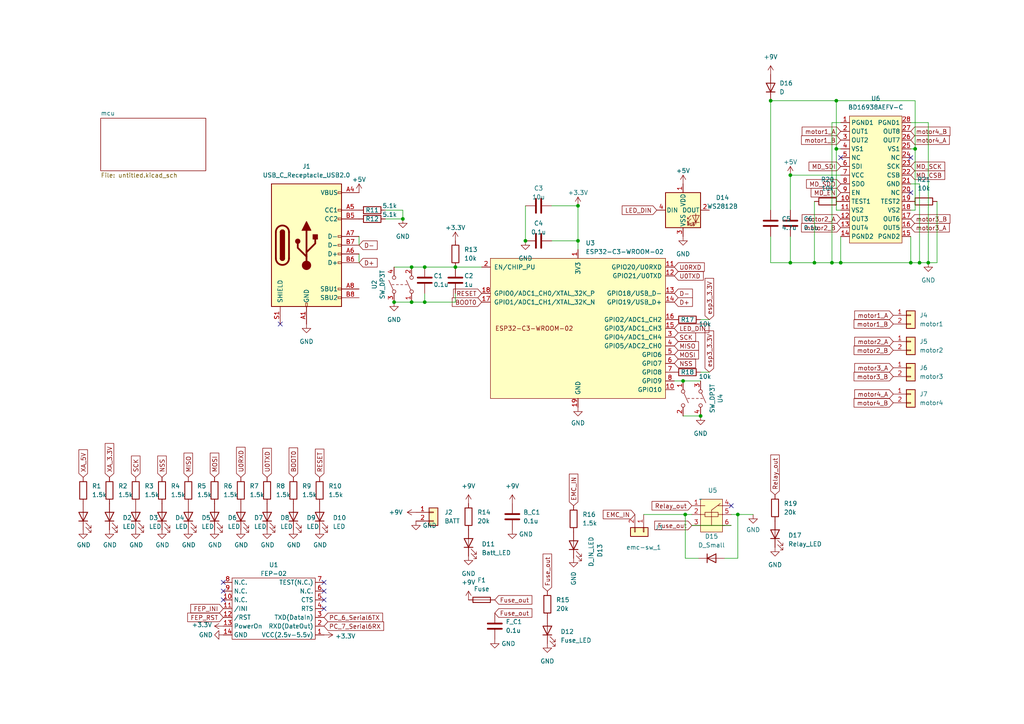
<source format=kicad_sch>
(kicad_sch (version 20230121) (generator eeschema)
  (paper "A4")
  (lib_symbols
    (symbol "+3.3V_1" (power) (pin_names (offset 0))
      (property "Value" "+3.3V_1" (at 0 3.556 0))
      (symbol "+3.3V_1_0_1"
        (polyline (pts (xy -0.762 1.27) (xy 0 2.54)))
        (polyline (pts (xy 0 0) (xy 0 2.54)))
        (polyline (pts (xy 0 2.54) (xy 0.762 1.27)))
      )
      (symbol "+3.3V_1_1_1"
        (pin power_in line (at 0 0 90) (length 0) hide (name "+3.3V") (number "1"))
      )
    )
    (symbol "+5V_1" (power) (pin_names (offset 0))
      (property "Value" "+5V_1" (at 0 3.556 0))
      (symbol "+5V_1_0_1"
        (polyline (pts (xy -0.762 1.27) (xy 0 2.54)))
        (polyline (pts (xy 0 0) (xy 0 2.54)))
        (polyline (pts (xy 0 2.54) (xy 0.762 1.27)))
      )
      (symbol "+5V_1_1_1"
        (pin power_in line (at 0 0 90) (length 0) hide (name "+5V") (number "1"))
      )
    )
    (symbol "+9V_2" (power) (pin_names (offset 0))
      (property "Value" "+9V_2" (at 0 3.556 0))
      (symbol "+9V_2_0_1"
        (polyline (pts (xy -0.762 1.27) (xy 0 2.54)))
        (polyline (pts (xy 0 0) (xy 0 2.54)))
        (polyline (pts (xy 0 2.54) (xy 0.762 1.27)))
      )
      (symbol "+9V_2_1_1"
        (pin power_in line (at 0 0 90) (length 0) hide (name "+9V") (number "1"))
      )
    )
    (symbol "Connector:USB_C_Receptacle_USB2.0" (pin_names (offset 1.016))
      (property "Reference" "J" (at -10.16 19.05 0))
      (property "Value" "USB_C_Receptacle_USB2.0" (at 19.05 19.05 0))
      (symbol "USB_C_Receptacle_USB2.0_0_0"
        (rectangle (start -0.254 -17.78) (end 0.254 -16.764))
        (rectangle (start 10.16 -14.986) (end 9.144 -15.494))
        (rectangle (start 10.16 -12.446) (end 9.144 -12.954))
        (rectangle (start 10.16 -4.826) (end 9.144 -5.334))
        (rectangle (start 10.16 -2.286) (end 9.144 -2.794))
        (rectangle (start 10.16 0.254) (end 9.144 -0.254))
        (rectangle (start 10.16 2.794) (end 9.144 2.286))
        (rectangle (start 10.16 7.874) (end 9.144 7.366))
        (rectangle (start 10.16 10.414) (end 9.144 9.906))
        (rectangle (start 10.16 15.494) (end 9.144 14.986))
      )
      (symbol "USB_C_Receptacle_USB2.0_0_1"
        (rectangle (start -10.16 17.78) (end 10.16 -17.78) (stroke (width 0.254)) (fill (type background)))
        (arc (start -8.89 -3.81) (mid -6.985 -5.7067) (end -5.08 -3.81) (stroke (width 0.508)))
        (arc (start -7.62 -3.81) (mid -6.985 -4.4423) (end -6.35 -3.81) (stroke (width 0.254)))
        (arc (start -7.62 -3.81) (mid -6.985 -4.4423) (end -6.35 -3.81) (stroke (width 0.254)) (fill (type outline)))
        (rectangle (start -7.62 -3.81) (end -6.35 3.81) (stroke (width 0.254)) (fill (type outline)))
        (arc (start -6.35 3.81) (mid -6.985 4.4423) (end -7.62 3.81) (stroke (width 0.254)))
        (arc (start -6.35 3.81) (mid -6.985 4.4423) (end -7.62 3.81) (stroke (width 0.254)) (fill (type outline)))
        (arc (start -5.08 3.81) (mid -6.985 5.7067) (end -8.89 3.81) (stroke (width 0.508)))
        (circle (center -2.54 1.143) (radius 0.635) (stroke (width 0.254)) (fill (type outline)))
        (circle (center 0 -5.842) (radius 1.27) (fill (type outline)))
        (polyline (pts (xy -8.89 -3.81) (xy -8.89 3.81)) (stroke (width 0.508)))
        (polyline (pts (xy -5.08 3.81) (xy -5.08 -3.81)) (stroke (width 0.508)))
        (polyline (pts (xy 0 -5.842) (xy 0 4.318)) (stroke (width 0.508)))
        (polyline (pts (xy 0 -3.302) (xy -2.54 -0.762) (xy -2.54 0.508)) (stroke (width 0.508)))
        (polyline (pts (xy 0 -2.032) (xy 2.54 0.508) (xy 2.54 1.778)) (stroke (width 0.508)))
        (polyline (pts (xy -1.27 4.318) (xy 0 6.858) (xy 1.27 4.318) (xy -1.27 4.318)) (stroke (width 0.254)) (fill (type outline)))
        (rectangle (start 1.905 1.778) (end 3.175 3.048) (stroke (width 0.254)) (fill (type outline)))
      )
      (symbol "USB_C_Receptacle_USB2.0_1_1"
        (pin passive line (at 0 -22.86 90) (length 5.08) (name "GND") (number "A1"))
        (pin passive line (at 0 -22.86 90) (length 5.08) hide (name "GND") (number "A12"))
        (pin passive line (at 15.24 15.24 180) (length 5.08) (name "VBUS") (number "A4"))
        (pin bidirectional line (at 15.24 10.16 180) (length 5.08) (name "CC1") (number "A5"))
        (pin bidirectional line (at 15.24 -2.54 180) (length 5.08) (name "D+") (number "A6"))
        (pin bidirectional line (at 15.24 2.54 180) (length 5.08) (name "D-") (number "A7"))
        (pin bidirectional line (at 15.24 -12.7 180) (length 5.08) (name "SBU1") (number "A8"))
        (pin passive line (at 15.24 15.24 180) (length 5.08) hide (name "VBUS") (number "A9"))
        (pin passive line (at 0 -22.86 90) (length 5.08) hide (name "GND") (number "B1"))
        (pin passive line (at 0 -22.86 90) (length 5.08) hide (name "GND") (number "B12"))
        (pin passive line (at 15.24 15.24 180) (length 5.08) hide (name "VBUS") (number "B4"))
        (pin bidirectional line (at 15.24 7.62 180) (length 5.08) (name "CC2") (number "B5"))
        (pin bidirectional line (at 15.24 -5.08 180) (length 5.08) (name "D+") (number "B6"))
        (pin bidirectional line (at 15.24 0 180) (length 5.08) (name "D-") (number "B7"))
        (pin bidirectional line (at 15.24 -15.24 180) (length 5.08) (name "SBU2") (number "B8"))
        (pin passive line (at 15.24 15.24 180) (length 5.08) hide (name "VBUS") (number "B9"))
        (pin passive line (at -7.62 -22.86 90) (length 5.08) (name "SHIELD") (number "S1"))
      )
    )
    (symbol "Connector_Generic:Conn_01x02" (pin_names (offset 1.016) hide)
      (property "Reference" "J" (at 0 2.54 0))
      (property "Value" "Conn_01x02" (at 0 -5.08 0))
      (symbol "Conn_01x02_1_1"
        (rectangle (start -1.27 -2.413) (end 0 -2.667) (stroke (width 0.1524)))
        (rectangle (start -1.27 0.127) (end 0 -0.127) (stroke (width 0.1524)))
        (rectangle (start -1.27 1.27) (end 1.27 -3.81) (stroke (width 0.254)) (fill (type background)))
        (pin passive line (at -5.08 0 0) (length 3.81) (name "Pin_1") (number "1"))
        (pin passive line (at -5.08 -2.54 0) (length 3.81) (name "Pin_2") (number "2"))
      )
    )
    (symbol "Device:C" (pin_numbers hide) (pin_names (offset 0.254))
      (property "Reference" "C" (at 0.635 2.54 0))
      (property "Value" "C" (at 0.635 -2.54 0))
      (symbol "C_0_1"
        (polyline (pts (xy -2.032 -0.762) (xy 2.032 -0.762)) (stroke (width 0.508)))
        (polyline (pts (xy -2.032 0.762) (xy 2.032 0.762)) (stroke (width 0.508)))
      )
      (symbol "C_1_1"
        (pin passive line (at 0 3.81 270) (length 2.794) (name "~") (number "1"))
        (pin passive line (at 0 -3.81 90) (length 2.794) (name "~") (number "2"))
      )
    )
    (symbol "Device:D" (pin_numbers hide) (pin_names (offset 1.016) hide)
      (property "Reference" "D" (at 0 2.54 0))
      (property "Value" "D" (at 0 -2.54 0))
      (symbol "D_0_1"
        (polyline (pts (xy -1.27 1.27) (xy -1.27 -1.27)) (stroke (width 0.254)))
        (polyline (pts (xy 1.27 0) (xy -1.27 0)))
        (polyline (pts (xy 1.27 1.27) (xy 1.27 -1.27) (xy -1.27 0) (xy 1.27 1.27)) (stroke (width 0.254)))
      )
      (symbol "D_1_1"
        (pin passive line (at -3.81 0 0) (length 2.54) (name "K") (number "1"))
        (pin passive line (at 3.81 0 180) (length 2.54) (name "A") (number "2"))
      )
    )
    (symbol "Device:Fuse" (pin_numbers hide) (pin_names (offset 0))
      (property "Reference" "F" (at 2.032 0 90))
      (property "Value" "Fuse" (at -1.905 0 90))
      (symbol "Fuse_0_1"
        (rectangle (start -0.762 -2.54) (end 0.762 2.54) (stroke (width 0.254)))
        (polyline (pts (xy 0 2.54) (xy 0 -2.54)))
      )
      (symbol "Fuse_1_1"
        (pin passive line (at 0 3.81 270) (length 1.27) (name "~") (number "1"))
        (pin passive line (at 0 -3.81 90) (length 1.27) (name "~") (number "2"))
      )
    )
    (symbol "Device:LED" (pin_numbers hide) (pin_names (offset 1.016) hide)
      (property "Reference" "D" (at 0 2.54 0))
      (property "Value" "LED" (at 0 -2.54 0))
      (symbol "LED_0_1"
        (polyline (pts (xy -1.27 -1.27) (xy -1.27 1.27)) (stroke (width 0.254)))
        (polyline (pts (xy -1.27 0) (xy 1.27 0)))
        (polyline (pts (xy 1.27 -1.27) (xy 1.27 1.27) (xy -1.27 0) (xy 1.27 -1.27)) (stroke (width 0.254)))
        (polyline (pts (xy -3.048 -0.762) (xy -4.572 -2.286) (xy -3.81 -2.286) (xy -4.572 -2.286) (xy -4.572 -1.524)))
        (polyline (pts (xy -1.778 -0.762) (xy -3.302 -2.286) (xy -2.54 -2.286) (xy -3.302 -2.286) (xy -3.302 -1.524)))
      )
      (symbol "LED_1_1"
        (pin passive line (at -3.81 0 0) (length 2.54) (name "K") (number "1"))
        (pin passive line (at 3.81 0 180) (length 2.54) (name "A") (number "2"))
      )
    )
    (symbol "Device:R" (pin_numbers hide) (pin_names (offset 0))
      (property "Reference" "R" (at 2.032 0 90))
      (property "Value" "R" (at 0 0 90))
      (symbol "R_0_1"
        (rectangle (start -1.016 -2.54) (end 1.016 2.54) (stroke (width 0.254)))
      )
      (symbol "R_1_1"
        (pin passive line (at 0 3.81 270) (length 1.27) (name "~") (number "1"))
        (pin passive line (at 0 -3.81 90) (length 1.27) (name "~") (number "2"))
      )
    )
    (symbol "GND_1" (power) (pin_names (offset 0))
      (property "Value" "GND_1" (at 0 -3.81 0))
      (symbol "GND_1_0_1"
        (polyline (pts (xy 0 0) (xy 0 -1.27) (xy 1.27 -1.27) (xy 0 -2.54) (xy -1.27 -1.27) (xy 0 -1.27)))
      )
      (symbol "GND_1_1_1"
        (pin power_in line (at 0 0 270) (length 0) hide (name "GND") (number "1"))
      )
    )
    (symbol "GND_2" (power) (pin_names (offset 0))
      (property "Value" "GND_2" (at 0 -3.81 0))
      (symbol "GND_2_0_1"
        (polyline (pts (xy 0 0) (xy 0 -1.27) (xy 1.27 -1.27) (xy 0 -2.54) (xy -1.27 -1.27) (xy 0 -1.27)))
      )
      (symbol "GND_2_1_1"
        (pin power_in line (at 0 0 270) (length 0) hide (name "GND") (number "1"))
      )
    )
    (symbol "LED:WS2812B" (pin_names (offset 0.254))
      (property "Reference" "D" (at 5.08 5.715 0))
      (property "Value" "WS2812B" (at 1.27 -5.715 0))
      (symbol "WS2812B_0_0"
        (text "RGB" (at 2.286 -4.191 0) (effects (font (size 0.762 0.762))))
      )
      (symbol "WS2812B_0_1"
        (polyline (pts (xy 1.27 -3.556) (xy 1.778 -3.556)))
        (polyline (pts (xy 1.27 -2.54) (xy 1.778 -2.54)))
        (polyline (pts (xy 4.699 -3.556) (xy 2.667 -3.556)))
        (polyline (pts (xy 2.286 -2.54) (xy 1.27 -3.556) (xy 1.27 -3.048)))
        (polyline (pts (xy 2.286 -1.524) (xy 1.27 -2.54) (xy 1.27 -2.032)))
        (polyline (pts (xy 3.683 -1.016) (xy 3.683 -3.556) (xy 3.683 -4.064)))
        (polyline (pts (xy 4.699 -1.524) (xy 2.667 -1.524) (xy 3.683 -3.556) (xy 4.699 -1.524)))
        (rectangle (start 5.08 5.08) (end -5.08 -5.08) (stroke (width 0.254)) (fill (type background)))
      )
      (symbol "WS2812B_1_1"
        (pin power_in line (at 0 7.62 270) (length 2.54) (name "VDD") (number "1"))
        (pin output line (at 7.62 0 180) (length 2.54) (name "DOUT") (number "2"))
        (pin power_in line (at 0 -7.62 90) (length 2.54) (name "VSS") (number "3"))
        (pin input line (at -7.62 0 0) (length 2.54) (name "DIN") (number "4"))
      )
    )
    (symbol "PCM_Espressif:ESP32-C3-WROOM-02" (pin_names (offset 1.016))
      (property "Reference" "U" (at -25.4 25.4 0))
      (property "Value" "ESP32-C3-WROOM-02" (at -25.4 22.86 0))
      (symbol "ESP32-C3-WROOM-02_0_0"
        (text "ESP32-C3-WROOM-02" (at -12.7 0 0) (effects (font (size 1.27 1.27))))
      )
      (symbol "ESP32-C3-WROOM-02_0_1"
        (rectangle (start 25.4 20.32) (end -25.4 -20.32) (fill (type background)))
      )
      (symbol "ESP32-C3-WROOM-02_1_1"
        (pin power_in line (at 0 22.86 270) (length 2.54) (name "3V3") (number "1"))
        (pin bidirectional line (at 27.94 -17.78 180) (length 2.54) (name "GPIO10") (number "10"))
        (pin bidirectional line (at 27.94 17.78 180) (length 2.54) (name "GPIO20/U0RXD") (number "11"))
        (pin bidirectional line (at 27.94 15.24 180) (length 2.54) (name "GPIO21/U0TXD") (number "12"))
        (pin bidirectional line (at 27.94 10.16 180) (length 2.54) (name "GPIO18/USB_D-") (number "13"))
        (pin bidirectional line (at 27.94 7.62 180) (length 2.54) (name "GPIO19/USB_D+") (number "14"))
        (pin bidirectional line (at 27.94 0 180) (length 2.54) (name "GPIO3/ADC1_CH3") (number "15"))
        (pin bidirectional line (at 27.94 2.54 180) (length 2.54) (name "GPIO2/ADC1_CH2") (number "16"))
        (pin bidirectional line (at -27.94 7.62 0) (length 2.54) (name "GPIO1/ADC1_CH1/XTAL_32K_N") (number "17"))
        (pin bidirectional line (at -27.94 10.16 0) (length 2.54) (name "GPIO0/ADC1_CH0/XTAL_32K_P") (number "18"))
        (pin power_in line (at 0 -22.86 90) (length 2.54) (name "GND") (number "19"))
        (pin input line (at -27.94 17.78 0) (length 2.54) (name "EN/CHIP_PU") (number "2"))
        (pin bidirectional line (at 27.94 -2.54 180) (length 2.54) (name "GPIO4/ADC1_CH4") (number "3"))
        (pin bidirectional line (at 27.94 -5.08 180) (length 2.54) (name "GPIO5/ADC2_CH0") (number "4"))
        (pin bidirectional line (at 27.94 -7.62 180) (length 2.54) (name "GPIO6") (number "5"))
        (pin bidirectional line (at 27.94 -10.16 180) (length 2.54) (name "GPIO7") (number "6"))
        (pin bidirectional line (at 27.94 -12.7 180) (length 2.54) (name "GPIO8") (number "7"))
        (pin bidirectional line (at 27.94 -15.24 180) (length 2.54) (name "GPIO9") (number "8"))
        (pin passive line (at 0 -22.86 90) (length 2.54) hide (name "GND") (number "9"))
      )
    )
    (symbol "Switch:SW_DPST" (pin_names (offset 0) hide)
      (property "Reference" "SW" (at 0 5.08 0))
      (property "Value" "SW_DPST" (at 0 -5.08 0))
      (symbol "SW_DPST_0_0"
        (circle (center -2.032 -2.54) (radius 0.508))
        (circle (center -2.032 2.54) (radius 0.508))
        (polyline (pts (xy -1.524 -2.286) (xy 1.27 -1.016)))
        (polyline (pts (xy -1.524 2.794) (xy 1.27 4.064)))
        (polyline (pts (xy 0 -1.27) (xy 0 -0.635)))
        (polyline (pts (xy 0 0) (xy 0 0.635)))
        (polyline (pts (xy 0 1.27) (xy 0 1.905)))
        (polyline (pts (xy 0 2.54) (xy 0 3.175)))
        (circle (center 2.032 -2.54) (radius 0.508))
        (circle (center 2.032 2.54) (radius 0.508))
      )
      (symbol "SW_DPST_1_1"
        (pin passive line (at -5.08 -2.54 0) (length 2.54) (name "1") (number "1"))
        (pin passive line (at 5.08 -2.54 180) (length 2.54) (name "2") (number "2"))
        (pin passive line (at -5.08 2.54 0) (length 2.54) (name "3") (number "3"))
        (pin passive line (at 5.08 2.54 180) (length 2.54) (name "4") (number "4"))
      )
    )
    (symbol "power:+3.3V" (power) (pin_names (offset 0))
      (property "Value" "+3.3V" (at 0 3.556 0))
      (symbol "+3.3V_0_1"
        (polyline (pts (xy -0.762 1.27) (xy 0 2.54)))
        (polyline (pts (xy 0 0) (xy 0 2.54)))
        (polyline (pts (xy 0 2.54) (xy 0.762 1.27)))
      )
      (symbol "+3.3V_1_1"
        (pin power_in line (at 0 0 90) (length 0) hide (name "+3.3V") (number "1"))
      )
    )
    (symbol "power:+9V" (power) (pin_names (offset 0))
      (property "Value" "D9V" (at 0 5.08 0))
      (symbol "+9V_0_1"
        (polyline (pts (xy -0.762 1.27) (xy 0 2.54)))
        (polyline (pts (xy 0 0) (xy 0 2.54)))
        (polyline (pts (xy 0 2.54) (xy 0.762 1.27)))
      )
      (symbol "+9V_1_1"
        (pin power_in line (at 0 0 90) (length 0) hide (name "+9V") (number "1"))
      )
    )
    (symbol "power:GND" (power) (pin_names (offset 0))
      (property "Value" "GND" (at 0 -3.81 0))
      (symbol "GND_0_1"
        (polyline (pts (xy 0 0) (xy 0 -1.27) (xy 1.27 -1.27) (xy 0 -2.54) (xy -1.27 -1.27) (xy 0 -1.27)))
      )
      (symbol "GND_1_1"
        (pin power_in line (at 0 0 270) (length 0) hide (name "GND") (number "1"))
      )
    )
    (symbol "watanabe_sym:BD16938AEFV-C"
      (property "Reference" "U" (at 0 3.175 0))
      (property "Value" "BD16938AEFV-C" (at 8.255 1.27 0))
      (symbol "BD16938AEFV-C_1_1"
        (rectangle (start 0 0) (end 15.24 -36.83) (fill (type background)))
        (pin input line (at -2.54 -1.905 0) (length 2.54) (name "PGND1") (number "1"))
        (pin input line (at -2.54 -24.765 0) (length 2.54) (name "TEST1") (number "10"))
        (pin input line (at -2.54 -27.305 0) (length 2.54) (name "VS2") (number "11"))
        (pin input line (at -2.54 -29.845 0) (length 2.54) (name "OUT3") (number "12"))
        (pin input line (at -2.54 -32.385 0) (length 2.54) (name "OUT4") (number "13"))
        (pin input line (at -2.54 -34.925 0) (length 2.54) (name "PGND2") (number "14"))
        (pin input line (at 17.78 -34.925 180) (length 2.54) (name "PGND2") (number "15"))
        (pin input line (at 17.78 -32.385 180) (length 2.54) (name "OUT5") (number "16"))
        (pin input line (at 17.78 -29.845 180) (length 2.54) (name "OUT6") (number "17"))
        (pin input line (at 17.78 -27.305 180) (length 2.54) (name "VS2") (number "18"))
        (pin input line (at 17.78 -24.765 180) (length 2.54) (name "TEST2") (number "19"))
        (pin input line (at -2.54 -4.445 0) (length 2.54) (name "OUT1") (number "2"))
        (pin input line (at 17.78 -22.225 180) (length 2.54) (name "NC") (number "20"))
        (pin input line (at 17.78 -19.685 180) (length 2.54) (name "GND") (number "21"))
        (pin input line (at 17.78 -17.145 180) (length 2.54) (name "CSB") (number "22"))
        (pin input line (at 17.78 -14.605 180) (length 2.54) (name "SCK") (number "23"))
        (pin input line (at 17.78 -12.065 180) (length 2.54) (name "NC") (number "24"))
        (pin input line (at 17.78 -9.525 180) (length 2.54) (name "VS1") (number "25"))
        (pin input line (at 17.78 -6.985 180) (length 2.54) (name "OUT7") (number "26"))
        (pin input line (at 17.78 -4.445 180) (length 2.54) (name "OUT8") (number "27"))
        (pin input line (at 17.78 -1.905 180) (length 2.54) (name "PGND1") (number "28"))
        (pin input line (at -2.54 -6.985 0) (length 2.54) (name "OUT2") (number "3"))
        (pin input line (at -2.54 -9.525 0) (length 2.54) (name "VS1") (number "4"))
        (pin input line (at -2.54 -12.065 0) (length 2.54) (name "NC") (number "5"))
        (pin input line (at -2.54 -14.605 0) (length 2.54) (name "SDI") (number "6"))
        (pin input line (at -2.54 -17.145 0) (length 2.54) (name "VCC") (number "7"))
        (pin input line (at -2.54 -19.685 0) (length 2.54) (name "SDO") (number "8"))
        (pin input line (at -2.54 -22.225 0) (length 2.54) (name "EN") (number "9"))
      )
    )
    (symbol "watanabe_sym:FEP-02"
      (property "Reference" "U" (at 0 0 0))
      (property "Value" "FEP-02" (at 0 1.905 0))
      (symbol "FEP-02_0_1"
        (rectangle (start -12.065 0) (end 12.065 -17.78))
      )
      (symbol "FEP-02_1_1"
        (pin input line (at 14.605 -16.51 180) (length 2.54) (name "VCC(2.5v-5.5v)") (number "1"))
        (pin input line (at -14.605 -6.35 0) (length 2.54) (name "N.C.") (number "10"))
        (pin input line (at -14.605 -8.89 0) (length 2.54) (name "/INI") (number "11"))
        (pin input line (at -14.605 -11.43 0) (length 2.54) (name "/RST") (number "12"))
        (pin input line (at -14.605 -13.97 0) (length 2.54) (name "PowerOn") (number "13"))
        (pin input line (at -14.605 -16.51 0) (length 2.54) (name "GND") (number "14"))
        (pin input line (at 14.605 -13.97 180) (length 2.54) (name "RXD(DateOut)") (number "2"))
        (pin input line (at 14.605 -11.43 180) (length 2.54) (name "TXD(DataIn)") (number "3"))
        (pin input line (at 14.605 -8.89 180) (length 2.54) (name "RTS") (number "4"))
        (pin input line (at 14.605 -6.35 180) (length 2.54) (name "CTS") (number "5"))
        (pin input line (at 14.605 -3.81 180) (length 2.54) (name "N.C.") (number "6"))
        (pin input line (at 14.605 -1.27 180) (length 2.54) (name "TEST(N.C.)") (number "7"))
        (pin input line (at -14.605 -1.27 0) (length 2.54) (name "N.C.") (number "8"))
        (pin input line (at -14.605 -3.81 0) (length 2.54) (name "N.C.") (number "9"))
      )
    )
    (symbol "watanabe_sym:Y14H-1C-9DS"
      (property "Reference" "U" (at 3.175 3.175 0))
      (property "Value" "Y14H-1C-9DC" (at 3.81 1.27 0))
      (symbol "Y14H-1C-9DS_0_1"
        (polyline (pts (xy 0 -7.62) (xy 6.985 -7.62)))
        (polyline (pts (xy 0 -4.445) (xy 1.27 -4.445)))
        (polyline (pts (xy 0 -1.905) (xy 1.27 -1.905)))
        (polyline (pts (xy 3.175 -7.62) (xy 3.175 -3.175)))
        (polyline (pts (xy 3.175 -3.175) (xy 5.715 -1.27)))
        (polyline (pts (xy 5.08 -4.445) (xy 6.35 -4.445)))
        (polyline (pts (xy 6.35 -1.905) (xy 5.08 -1.905)))
        (rectangle (start 1.27 -3.81) (end 5.08 -5.08))
      )
      (symbol "Y14H-1C-9DS_1_1"
        (rectangle (start 0 0) (end 6.35 -9.525) (fill (type background)))
        (pin passive line (at -2.54 -1.905 0) (length 2.54) (name "~") (number "1"))
        (pin passive line (at -2.54 -4.445 0) (length 2.54) (name "~") (number "2"))
        (pin passive line (at -2.54 -7.62 0) (length 2.54) (name "~") (number "3"))
        (pin passive line (at 8.89 -1.905 180) (length 2.54) (name "~") (number "4"))
        (pin passive line (at 8.89 -4.445 180) (length 2.54) (name "~") (number "5"))
        (pin passive line (at 8.89 -7.62 180) (length 2.54) (name "~") (number "6"))
      )
    )
  )
  (junction (at 132.08 77.47))
  (junction (at 229.235 50.8))
  (junction (at 114.3 87.63))
  (junction (at 213.995 149.225))
  (junction (at 116.84 63.5))
  (junction (at 203.2 120.65))
  (junction (at 123.19 77.47))
  (junction (at 229.235 76.2))
  (junction (at 243.84 76.2))
  (junction (at 242.57 43.18))
  (junction (at 123.19 87.63))
  (junction (at 167.64 69.85))
  (junction (at 119.38 77.47))
  (junction (at 236.22 76.2))
  (junction (at 266.7 76.2))
  (junction (at 223.52 29.21))
  (junction (at 119.38 87.63))
  (junction (at 152.4 69.85))
  (junction (at 269.24 76.2))
  (junction (at 264.16 76.2))
  (junction (at 241.3 76.2))
  (junction (at 265.43 43.18))
  (junction (at 167.64 59.69))
  (junction (at 198.12 110.49))
  (junction (at 242.57 29.21))
  (junction (at 198.755 149.225))
  (no_connect (at 243.84 45.72))
  (no_connect (at 93.98 168.91))
  (no_connect (at 93.98 171.45))
  (no_connect (at 264.16 45.72))
  (no_connect (at 264.16 55.88))
  (no_connect (at 64.77 173.99))
  (no_connect (at 93.98 176.53))
  (no_connect (at 64.77 168.91))
  (no_connect (at 93.98 173.99))
  (no_connect (at 64.77 171.45))
  (no_connect (at 81.28 93.98))
  (no_connect (at 212.09 146.685))
  (wire (pts (xy 264.16 68.58) (xy 264.16 76.2)))
  (wire (pts (xy 269.24 76.2) (xy 266.7 76.2)))
  (wire (pts (xy 229.235 68.58) (xy 229.235 76.2)))
  (wire (pts (xy 123.19 87.63) (xy 123.19 85.09)))
  (wire (pts (xy 243.84 68.58) (xy 243.84 76.2)))
  (wire (pts (xy 241.3 76.2) (xy 241.3 35.56)))
  (wire (pts (xy 243.84 76.2) (xy 264.16 76.2)))
  (wire (pts (xy 132.08 85.09) (xy 132.08 87.63)))
  (wire (pts (xy 202.565 161.925) (xy 198.755 161.925)))
  (wire (pts (xy 242.57 60.96) (xy 243.84 60.96)))
  (wire (pts (xy 243.84 43.18) (xy 242.57 43.18)))
  (wire (pts (xy 223.52 60.96) (xy 223.52 29.21)))
  (wire (pts (xy 229.235 76.2) (xy 236.22 76.2)))
  (wire (pts (xy 132.08 77.47) (xy 139.7 77.47)))
  (wire (pts (xy 213.995 149.225) (xy 213.995 161.925)))
  (wire (pts (xy 223.52 68.58) (xy 223.52 76.2)))
  (wire (pts (xy 212.09 152.4) (xy 200.66 152.4)))
  (wire (pts (xy 271.78 76.2) (xy 269.24 76.2)))
  (wire (pts (xy 269.24 76.2) (xy 269.24 35.56)))
  (wire (pts (xy 229.235 50.8) (xy 229.235 60.96)))
  (wire (pts (xy 114.3 77.47) (xy 119.38 77.47)))
  (wire (pts (xy 212.09 149.225) (xy 213.995 149.225)))
  (wire (pts (xy 265.43 43.18) (xy 264.16 43.18)))
  (wire (pts (xy 223.52 29.21) (xy 242.57 29.21)))
  (wire (pts (xy 167.64 59.69) (xy 167.64 69.85)))
  (wire (pts (xy 132.08 87.63) (xy 123.19 87.63)))
  (wire (pts (xy 198.755 161.925) (xy 198.755 149.225)))
  (wire (pts (xy 242.57 43.18) (xy 242.57 60.96)))
  (wire (pts (xy 160.02 69.85) (xy 167.64 69.85)))
  (wire (pts (xy 271.78 58.42) (xy 271.78 76.2)))
  (wire (pts (xy 205.74 107.95) (xy 203.2 107.95)))
  (wire (pts (xy 266.7 53.34) (xy 266.7 76.2)))
  (wire (pts (xy 104.14 76.2) (xy 104.14 73.66)))
  (wire (pts (xy 266.7 76.2) (xy 264.16 76.2)))
  (wire (pts (xy 104.14 71.12) (xy 104.14 68.58)))
  (wire (pts (xy 195.58 110.49) (xy 198.12 110.49)))
  (wire (pts (xy 116.84 60.96) (xy 111.76 60.96)))
  (wire (pts (xy 210.185 161.925) (xy 213.995 161.925)))
  (wire (pts (xy 213.995 149.225) (xy 218.44 149.225)))
  (wire (pts (xy 265.43 29.21) (xy 242.57 29.21)))
  (wire (pts (xy 265.43 43.18) (xy 265.43 29.21)))
  (wire (pts (xy 186.69 149.225) (xy 198.755 149.225)))
  (wire (pts (xy 236.22 76.2) (xy 241.3 76.2)))
  (wire (pts (xy 116.84 60.96) (xy 116.84 63.5)))
  (wire (pts (xy 242.57 29.21) (xy 242.57 43.18)))
  (wire (pts (xy 119.38 77.47) (xy 123.19 77.47)))
  (wire (pts (xy 167.64 69.85) (xy 167.64 72.39)))
  (wire (pts (xy 205.74 92.71) (xy 203.2 92.71)))
  (wire (pts (xy 198.12 120.65) (xy 203.2 120.65)))
  (wire (pts (xy 198.755 149.225) (xy 200.66 149.225)))
  (wire (pts (xy 241.3 35.56) (xy 243.84 35.56)))
  (wire (pts (xy 123.19 77.47) (xy 132.08 77.47)))
  (wire (pts (xy 236.22 58.42) (xy 236.22 76.2)))
  (wire (pts (xy 119.38 87.63) (xy 123.19 87.63)))
  (wire (pts (xy 160.02 59.69) (xy 167.64 59.69)))
  (wire (pts (xy 264.16 53.34) (xy 266.7 53.34)))
  (wire (pts (xy 229.235 50.8) (xy 243.84 50.8)))
  (wire (pts (xy 241.3 76.2) (xy 243.84 76.2)))
  (wire (pts (xy 264.16 35.56) (xy 269.24 35.56)))
  (wire (pts (xy 152.4 59.69) (xy 152.4 69.85)))
  (wire (pts (xy 111.76 63.5) (xy 116.84 63.5)))
  (wire (pts (xy 264.16 60.96) (xy 265.43 60.96)))
  (wire (pts (xy 114.3 87.63) (xy 119.38 87.63)))
  (wire (pts (xy 198.12 110.49) (xy 203.2 110.49)))
  (wire (pts (xy 265.43 60.96) (xy 265.43 43.18)))
  (wire (pts (xy 223.52 76.2) (xy 229.235 76.2)))
  (global_label "motor2_B" (shape input) (at 259.08 101.6 180) (property "Intersheetrefs" "${INTERSHEET_REFS}" (effects hide)))
  (global_label "motor1_A" (shape input) (at 259.08 91.44 180) (property "Intersheetrefs" "${INTERSHEET_REFS}" (effects hide)))
  (global_label "RESET" (shape input) (at 92.71 138.43 90) (property "Intersheetrefs" "${INTERSHEET_REFS}" (effects hide)))
  (global_label "MOSI" (shape input) (at 195.58 102.87 0) (property "Intersheetrefs" "${INTERSHEET_REFS}" (effects hide)))
  (global_label "MD_SCK" (shape input) (at 264.16 48.26 0) (property "Intersheetrefs" "${INTERSHEET_REFS}" (effects hide)))
  (global_label "PC_6_Serial6TX" (shape input) (at 93.98 179.07 0) (property "Intersheetrefs" "${INTERSHEET_REFS}" (effects hide)) (property "シート間のリファレンス" "${INTERSHEET_REFS}" (effects hide)))
  (global_label "NSS" (shape input) (at 195.58 105.41 0) (property "Intersheetrefs" "${INTERSHEET_REFS}" (effects hide)))
  (global_label "Fuse_out" (shape input) (at 158.75 171.45 90) (property "Intersheetrefs" "${INTERSHEET_REFS}" (effects hide)))
  (global_label "RESET" (shape input) (at 139.7 85.09 180) (property "Intersheetrefs" "${INTERSHEET_REFS}" (effects hide)))
  (global_label "SCK" (shape input) (at 39.37 138.43 90) (property "Intersheetrefs" "${INTERSHEET_REFS}" (effects hide)))
  (global_label "motor3_A" (shape input) (at 264.16 66.04 0) (property "Intersheetrefs" "${INTERSHEET_REFS}" (effects hide)))
  (global_label "esp3_3.3V" (shape input) (at 205.74 92.71 90) (property "Intersheetrefs" "${INTERSHEET_REFS}" (effects hide)))
  (global_label "SCK" (shape input) (at 195.58 97.79 0) (property "Intersheetrefs" "${INTERSHEET_REFS}" (effects hide)))
  (global_label "Fuse_out" (shape input) (at 143.51 173.99 0) (property "Intersheetrefs" "${INTERSHEET_REFS}" (effects hide)))
  (global_label "PC_7_Serial6RX" (shape input) (at 93.98 181.61 0) (property "Intersheetrefs" "${INTERSHEET_REFS}" (effects hide)) (property "シート間のリファレンス" "${INTERSHEET_REFS}" (effects hide)))
  (global_label "motor3_A" (shape input) (at 259.08 106.68 180) (property "Intersheetrefs" "${INTERSHEET_REFS}" (effects hide)))
  (global_label "BOOT0" (shape input) (at 139.7 87.63 180) (property "Intersheetrefs" "${INTERSHEET_REFS}" (effects hide)))
  (global_label "U0TXD" (shape input) (at 77.47 138.43 90) (property "Intersheetrefs" "${INTERSHEET_REFS}" (effects hide)))
  (global_label "MISO" (shape input) (at 195.58 100.33 0) (property "Intersheetrefs" "${INTERSHEET_REFS}" (effects hide)))
  (global_label "MD_EN" (shape input) (at 243.84 55.88 180) (property "Intersheetrefs" "${INTERSHEET_REFS}" (effects hide)))
  (global_label "Fuse_out" (shape input) (at 200.66 152.4 180) (property "Intersheetrefs" "${INTERSHEET_REFS}" (effects hide)))
  (global_label "BOOT0" (shape input) (at 85.09 138.43 90) (property "Intersheetrefs" "${INTERSHEET_REFS}" (effects hide)))
  (global_label "motor2_B" (shape input) (at 243.84 66.04 180) (property "Intersheetrefs" "${INTERSHEET_REFS}" (effects hide)))
  (global_label "MD_SDI" (shape input) (at 243.84 48.26 180) (property "Intersheetrefs" "${INTERSHEET_REFS}" (effects hide)))
  (global_label "U0RXD" (shape input) (at 195.58 77.47 0) (property "Intersheetrefs" "${INTERSHEET_REFS}" (effects hide)))
  (global_label "FEP_INI" (shape input) (at 64.77 176.53 180) (property "Intersheetrefs" "${INTERSHEET_REFS}" (effects hide)))
  (global_label "EMC_IN" (shape input) (at 166.37 146.685 90) (property "Intersheetrefs" "${INTERSHEET_REFS}" (effects hide)))
  (global_label "MOSI" (shape input) (at 62.23 138.43 90) (property "Intersheetrefs" "${INTERSHEET_REFS}" (effects hide)))
  (global_label "Relay_out" (shape input) (at 200.66 146.685 180) (property "Intersheetrefs" "${INTERSHEET_REFS}" (effects hide)) (property "シート間のリファレンス" "${INTERSHEET_REFS}" (effects hide)))
  (global_label "D+" (shape input) (at 104.14 76.2 0) (property "Intersheetrefs" "${INTERSHEET_REFS}" (effects hide)))
  (global_label "esp3_3.3V" (shape input) (at 205.74 107.95 90) (property "Intersheetrefs" "${INTERSHEET_REFS}" (effects hide)))
  (global_label "LED_DIN" (shape input) (at 195.58 95.25 0) (property "Intersheetrefs" "${INTERSHEET_REFS}" (effects hide)))
  (global_label "Fuse_out" (shape input) (at 143.51 177.8 0) (property "Intersheetrefs" "${INTERSHEET_REFS}" (effects hide)))
  (global_label "NSS" (shape input) (at 46.99 138.43 90) (property "Intersheetrefs" "${INTERSHEET_REFS}" (effects hide)))
  (global_label "motor4_B" (shape input) (at 264.16 38.1 0) (property "Intersheetrefs" "${INTERSHEET_REFS}" (effects hide)))
  (global_label "MD_CSB" (shape input) (at 264.16 50.8 0) (property "Intersheetrefs" "${INTERSHEET_REFS}" (effects hide)))
  (global_label "motor4_A" (shape input) (at 264.16 40.64 0) (property "Intersheetrefs" "${INTERSHEET_REFS}" (effects hide)))
  (global_label "motor3_B" (shape input) (at 264.16 63.5 0) (property "Intersheetrefs" "${INTERSHEET_REFS}" (effects hide)))
  (global_label "motor4_A" (shape input) (at 259.08 114.3 180) (property "Intersheetrefs" "${INTERSHEET_REFS}" (effects hide)))
  (global_label "MISO" (shape input) (at 54.61 138.43 90) (property "Intersheetrefs" "${INTERSHEET_REFS}" (effects hide)))
  (global_label "FEP_RST" (shape input) (at 64.77 179.07 180) (property "Intersheetrefs" "${INTERSHEET_REFS}" (effects hide)))
  (global_label "motor2_A" (shape input) (at 259.08 99.06 180) (property "Intersheetrefs" "${INTERSHEET_REFS}" (effects hide)))
  (global_label "XA_5V" (shape input) (at 24.13 138.43 90) (property "Intersheetrefs" "${INTERSHEET_REFS}" (effects hide)))
  (global_label "motor2_A" (shape input) (at 243.84 63.5 180) (property "Intersheetrefs" "${INTERSHEET_REFS}" (effects hide)))
  (global_label "motor3_B" (shape input) (at 259.08 109.22 180) (property "Intersheetrefs" "${INTERSHEET_REFS}" (effects hide)))
  (global_label "motor1_A" (shape input) (at 243.84 38.1 180) (property "Intersheetrefs" "${INTERSHEET_REFS}" (effects hide)))
  (global_label "D-" (shape input) (at 104.14 71.12 0) (property "Intersheetrefs" "${INTERSHEET_REFS}" (effects hide)))
  (global_label "motor1_B" (shape input) (at 259.08 93.98 180) (property "Intersheetrefs" "${INTERSHEET_REFS}" (effects hide)))
  (global_label "LED_DIN" (shape input) (at 190.5 60.96 180) (property "Intersheetrefs" "${INTERSHEET_REFS}" (effects hide)))
  (global_label "D+" (shape input) (at 195.58 87.63 0) (property "Intersheetrefs" "${INTERSHEET_REFS}" (effects hide)))
  (global_label "motor1_B" (shape input) (at 243.84 40.64 180) (property "Intersheetrefs" "${INTERSHEET_REFS}" (effects hide)))
  (global_label "motor4_B" (shape input) (at 259.08 116.84 180) (property "Intersheetrefs" "${INTERSHEET_REFS}" (effects hide)))
  (global_label "MD_SDO" (shape input) (at 243.84 53.34 180) (property "Intersheetrefs" "${INTERSHEET_REFS}" (effects hide)))
  (global_label "XA_3.3V" (shape input) (at 31.75 138.43 90) (property "Intersheetrefs" "${INTERSHEET_REFS}" (effects hide)))
  (global_label "EMC_IN" (shape input) (at 184.15 149.225 180) (property "Intersheetrefs" "${INTERSHEET_REFS}" (effects hide)))
  (global_label "U0RXD" (shape input) (at 69.85 138.43 90) (property "Intersheetrefs" "${INTERSHEET_REFS}" (effects hide)))
  (global_label "Relay_out" (shape input) (at 224.79 143.51 90) (property "Intersheetrefs" "${INTERSHEET_REFS}" (effects hide)))
  (global_label "U0TXD" (shape input) (at 195.58 80.01 0) (property "Intersheetrefs" "${INTERSHEET_REFS}" (effects hide)))
  (global_label "D-" (shape input) (at 195.58 85.09 0) (property "Intersheetrefs" "${INTERSHEET_REFS}" (effects hide)))
  (symbol (lib_id "power:+3.3V") (at 93.98 184.15 270) (unit 1)
    (property "Reference" "#U02" (effects hide))
    (property "Value" "+3.3V" (at 97.2312 184.531 90) (effects (justify left)))
  )
  (symbol (lib_id "Device:LED") (at 166.37 158.115 90) (unit 1)
    (property "Reference" "D13" (at 173.99 159.7025 0))
    (property "Value" "D_IN_LED" (at 171.45 160.02 0))
    (property "Footprint" "LED_SMD:LED_0603_1608Metric_Pad1.05x0.95mm_HandSolder" (effects hide))
  )
  (symbol (lib_id "Device:C") (at 148.59 149.86 0) (unit 1)
    (property "Reference" "B_C1" (at 151.765 148.5899 0) (effects (justify left)))
    (property "Value" "0.1u" (at 151.765 151.1299 0) (effects (justify left)))
    (property "Footprint" "Capacitor_SMD:C_0805_2012Metric_Pad1.18x1.45mm_HandSolder" (effects hide))
  )
  (symbol (lib_id "Device:C") (at 156.21 69.85 90) (unit 1)
    (property "Reference" "C4" (at 156.21 64.77 90))
    (property "Value" "0.1u" (at 156.21 67.31 90))
    (property "Footprint" "Footprint_nishi:C_0805_2012" (effects hide))
  )
  (symbol (lib_id "Device:LED") (at 69.85 149.86 90) (unit 1)
    (property "Reference" "D7" (at 73.66 150.1775 90) (effects (justify right)))
    (property "Value" "LED" (at 73.66 152.7175 90) (effects (justify right)))
    (property "Footprint" "Footprint_nishi:LED_0603_1608" (effects hide))
  )
  (symbol (lib_id "power:GND") (at 31.75 153.67 0) (unit 1)
    (property "Reference" "#PWR02" (effects hide))
    (property "Value" "GND" (at 31.877 158.0642 0))
  )
  (symbol (lib_name "GND_1") (lib_id "power:GND") (at 203.2 120.65 0) (unit 1)
    (property "Reference" "#PWR032" (effects hide))
    (property "Value" "GND" (at 203.2 125.73 0))
  )
  (symbol (lib_id "Device:D") (at 206.375 161.925 0) (unit 1)
    (property "Reference" "D15" (at 206.375 155.575 0))
    (property "Value" "D_Small" (at 206.375 158.115 0))
    (property "Footprint" "Diode_SMD:D_SOD-123" (effects hide))
  )
  (symbol (lib_id "Device:R") (at 69.85 142.24 0) (unit 1)
    (property "Reference" "R7" (at 72.39 140.97 0) (effects (justify left)))
    (property "Value" "1.5k" (at 72.39 143.51 0) (effects (justify left)))
    (property "Footprint" "Footprint_nishi:R_0603_1608" (effects hide))
  )
  (symbol (lib_id "power:GND") (at 158.75 186.69 0) (unit 1)
    (property "Reference" "#PWR026" (effects hide))
    (property "Value" "GND" (at 158.75 191.77 0))
  )
  (symbol (lib_id "Connector_Generic:Conn_01x02") (at 264.16 114.3 0) (unit 1)
    (property "Reference" "J7" (at 266.7 114.3 0) (effects (justify left)))
    (property "Value" "motor4" (at 266.7 116.84 0) (effects (justify left)))
    (property "Footprint" "NagaokaFootprint2023:POWER_PAD_normal" (effects hide))
  )
  (symbol (lib_id "Device:R") (at 107.95 60.96 90) (unit 1)
    (property "Reference" "R11" (at 107.95 60.96 90))
    (property "Value" "5.1k" (at 113.03 59.69 90))
    (property "Footprint" "Footprint_nishi:R_0603_1608" (effects hide))
  )
  (symbol (lib_id "watanabe_sym:BD16938AEFV-C") (at 246.38 33.655 0) (unit 1)
    (property "Reference" "U6" (at 254 28.575 0))
    (property "Value" "BD16938AEFV-C" (at 254 31.115 0))
  )
  (symbol (lib_id "Device:LED") (at 224.79 154.94 90) (unit 1)
    (property "Reference" "D17" (at 228.6 155.2575 90) (effects (justify right)))
    (property "Value" "Relay_LED" (at 228.6 157.7975 90) (effects (justify right)))
    (property "Footprint" "LED_SMD:LED_0603_1608Metric_Pad1.05x0.95mm_HandSolder" (effects hide))
  )
  (symbol (lib_name "GND_1") (lib_id "power:GND") (at 116.84 63.5 0) (unit 1)
    (property "Reference" "#PWR015" (effects hide))
    (property "Value" "GND" (at 116.84 68.58 0))
  )
  (symbol (lib_id "Device:R") (at 85.09 142.24 0) (unit 1)
    (property "Reference" "R9" (at 87.63 140.97 0) (effects (justify left)))
    (property "Value" "1.5k" (at 87.63 143.51 0) (effects (justify left)))
    (property "Footprint" "Footprint_nishi:R_0603_1608" (effects hide))
  )
  (symbol (lib_id "Device:LED") (at 31.75 149.86 90) (unit 1)
    (property "Reference" "D2" (at 35.56 150.1775 90) (effects (justify right)))
    (property "Value" "LED" (at 35.56 152.7175 90) (effects (justify right)))
    (property "Footprint" "Footprint_nishi:LED_0603_1608" (effects hide))
  )
  (symbol (lib_id "power:GND") (at 69.85 153.67 0) (unit 1)
    (property "Reference" "#PWR08" (effects hide))
    (property "Value" "GND" (at 69.977 158.0642 0))
  )
  (symbol (lib_name "+3.3V_1") (lib_id "power:+3.3V") (at 167.64 59.69 0) (unit 1)
    (property "Reference" "#PWR028" (effects hide))
    (property "Value" "+3.3V" (at 167.64 55.88 0))
  )
  (symbol (lib_name "GND_1") (lib_id "power:GND") (at 88.9 93.98 0) (unit 1)
    (property "Reference" "#PWR011" (effects hide))
    (property "Value" "GND" (at 88.9 99.06 0))
  )
  (symbol (lib_name "+9V_2") (lib_id "power:+9V") (at 135.89 146.05 0) (unit 1)
    (property "Reference" "#PWR019" (effects hide))
    (property "Value" "+9V" (at 135.89 140.97 0))
  )
  (symbol (lib_id "power:GND") (at 54.61 153.67 0) (unit 1)
    (property "Reference" "#PWR05" (effects hide))
    (property "Value" "GND" (at 54.737 158.0642 0))
  )
  (symbol (lib_id "power:GND") (at 218.44 149.225 0) (unit 1)
    (property "Reference" "#PWR033" (effects hide))
    (property "Value" "GND" (at 218.44 153.67 0))
  )
  (symbol (lib_name "+9V_2") (lib_id "power:+9V") (at 120.65 148.59 90) (unit 1)
    (property "Reference" "#PWR016" (effects hide))
    (property "Value" "+9V" (at 116.84 148.59 90) (effects (justify left)))
  )
  (symbol (lib_id "Device:LED") (at 77.47 149.86 90) (unit 1)
    (property "Reference" "D8" (at 81.28 150.1775 90) (effects (justify right)))
    (property "Value" "LED" (at 81.28 152.7175 90) (effects (justify right)))
    (property "Footprint" "Footprint_nishi:LED_0603_1608" (effects hide))
  )
  (symbol (lib_id "power:GND") (at 62.23 153.67 0) (unit 1)
    (property "Reference" "#PWR06" (effects hide))
    (property "Value" "GND" (at 62.357 158.0642 0))
  )
  (symbol (lib_id "Device:R") (at 132.08 73.66 0) (unit 1)
    (property "Reference" "R13" (at 134.62 72.39 0) (effects (justify left)))
    (property "Value" "10k" (at 134.62 74.93 0) (effects (justify left)))
    (property "Footprint" "Footprint_nishi:R_0603_1608" (effects hide))
  )
  (symbol (lib_id "Device:C") (at 123.19 81.28 0) (unit 1)
    (property "Reference" "C1" (at 125.73 80.01 0) (effects (justify left)))
    (property "Value" "0.1u" (at 125.73 82.55 0) (effects (justify left)))
    (property "Footprint" "Footprint_nishi:C_0805_2012" (effects hide))
  )
  (symbol (lib_id "Connector:USB_C_Receptacle_USB2.0") (at 88.9 71.12 0) (unit 1)
    (property "Reference" "J1" (at 88.9 48.26 0))
    (property "Value" "USB_C_Receptacle_USB2.0" (at 88.9 50.8 0))
    (property "Footprint" "Connector_USBver1.0:USB_C_Receptacle_G-Switch_GT-USB-7010ASV" (effects hide))
    (property "Datasheet" "https://www.usb.org/sites/default/files/documents/usb_type-c.zip" (effects hide))
  )
  (symbol (lib_id "LED:WS2812B") (at 198.12 60.96 0) (unit 1)
    (property "Reference" "D14" (at 209.55 57.3121 0))
    (property "Value" "WS2812B" (at 209.55 59.8521 0))
    (property "Footprint" "LED_SMD:LED_WS2812B_PLCC4_5.0x5.0mm_P3.2mm" (effects hide))
    (property "Datasheet" "https://cdn-shop.adafruit.com/datasheets/WS2812B.pdf" (effects hide))
  )
  (symbol (lib_id "Device:C") (at 143.51 181.61 0) (unit 1)
    (property "Reference" "F_C1" (at 146.685 180.3399 0) (effects (justify left)))
    (property "Value" "0.1u" (at 146.685 182.8799 0) (effects (justify left)))
    (property "Footprint" "Capacitor_SMD:C_0805_2012Metric_Pad1.18x1.45mm_HandSolder" (effects hide))
  )
  (symbol (lib_id "Device:R") (at 62.23 142.24 0) (unit 1)
    (property "Reference" "R6" (at 64.77 140.97 0) (effects (justify left)))
    (property "Value" "1.5k" (at 64.77 143.51 0) (effects (justify left)))
    (property "Footprint" "Footprint_nishi:R_0603_1608" (effects hide))
  )
  (symbol (lib_id "power:GND") (at 39.37 153.67 0) (unit 1)
    (property "Reference" "#PWR03" (effects hide))
    (property "Value" "GND" (at 39.497 158.0642 0))
  )
  (symbol (lib_id "power:GND") (at 92.71 153.67 0) (unit 1)
    (property "Reference" "#PWR012" (effects hide))
    (property "Value" "GND" (at 92.837 158.0642 0))
  )
  (symbol (lib_id "Device:R") (at 166.37 150.495 180) (unit 1)
    (property "Reference" "R16" (at 168.91 149.225 0) (effects (justify right)))
    (property "Value" "1.5k" (at 168.91 151.765 0) (effects (justify right)))
    (property "Footprint" "Resistor_SMD:R_0805_2012Metric_Pad1.20x1.40mm_HandSolder" (effects hide))
  )
  (symbol (lib_id "Device:Fuse") (at 139.7 173.99 90) (unit 1)
    (property "Reference" "F1" (at 139.7 168.275 90))
    (property "Value" "Fuse" (at 139.7 170.815 90))
    (property "Footprint" "Footprint_Monkey:FuseHolder_Carfuse" (effects hide))
  )
  (symbol (lib_id "Connector_Generic:Conn_01x02") (at 264.16 99.06 0) (unit 1)
    (property "Reference" "J5" (at 266.7 99.06 0) (effects (justify left)))
    (property "Value" "motor2" (at 266.7 101.6 0) (effects (justify left)))
    (property "Footprint" "NagaokaFootprint2023:POWER_PAD_normal" (effects hide))
  )
  (symbol (lib_id "Switch:SW_DPST") (at 200.66 115.57 270) (unit 1)
    (property "Reference" "U4" (at 208.915 115.57 0))
    (property "Value" "SW_DP3T" (at 206.6036 115.57 0))
    (property "Footprint" "Footprint_nishi:tact_sw_smd_skrpabe10" (effects hide))
  )
  (symbol (lib_id "Device:R") (at 92.71 142.24 0) (unit 1)
    (property "Reference" "R10" (at 95.25 140.97 0) (effects (justify left)))
    (property "Value" "1.5k" (at 95.25 143.51 0) (effects (justify left)))
    (property "Footprint" "Footprint_nishi:R_0603_1608" (effects hide))
  )
  (symbol (lib_id "Connector_Generic:Conn_01x02") (at 264.16 91.44 0) (unit 1)
    (property "Reference" "J4" (at 266.7 91.44 0) (effects (justify left)))
    (property "Value" "motor1" (at 266.7 93.98 0) (effects (justify left)))
    (property "Footprint" "NagaokaFootprint2023:POWER_PAD_normal" (effects hide))
  )
  (symbol (lib_id "Device:C") (at 132.08 81.28 0) (unit 1)
    (property "Reference" "C2" (at 134.62 80.01 0) (effects (justify left)))
    (property "Value" "1u" (at 134.62 82.55 0) (effects (justify left)))
    (property "Footprint" "Footprint_nishi:C_0805_2012" (effects hide))
  )
  (symbol (lib_id "Device:R") (at 54.61 142.24 0) (unit 1)
    (property "Reference" "R5" (at 57.15 140.97 0) (effects (justify left)))
    (property "Value" "1.5k" (at 57.15 143.51 0) (effects (justify left)))
    (property "Footprint" "Footprint_nishi:R_0603_1608" (effects hide))
  )
  (symbol (lib_name "GND_2") (lib_id "power:GND") (at 269.24 76.2 0) (unit 1)
    (property "Reference" "#PWR037" (effects hide))
    (property "Value" "GND" (at 269.24 81.28 0))
  )
  (symbol (lib_id "Device:LED") (at 24.13 149.86 90) (unit 1)
    (property "Reference" "D1" (effects hide))
    (property "Value" "LED" (effects hide))
    (property "Footprint" "Footprint_nishi:LED_0603_1608" (effects hide))
  )
  (symbol (lib_id "power:GND") (at 224.79 158.75 0) (unit 1)
    (property "Reference" "#PWR035" (effects hide))
    (property "Value" "GND" (at 224.79 163.83 0))
  )
  (symbol (lib_id "Device:R") (at 77.47 142.24 0) (unit 1)
    (property "Reference" "R8" (at 80.01 140.97 0) (effects (justify left)))
    (property "Value" "1.5k" (at 80.01 143.51 0) (effects (justify left)))
    (property "Footprint" "Footprint_nishi:R_0603_1608" (effects hide))
  )
  (symbol (lib_id "power:GND") (at 85.09 153.67 0) (unit 1)
    (property "Reference" "#PWR010" (effects hide))
    (property "Value" "GND" (at 85.217 158.0642 0))
  )
  (symbol (lib_id "Device:R") (at 224.79 147.32 180) (unit 1)
    (property "Reference" "R19" (at 227.33 146.05 0) (effects (justify right)))
    (property "Value" "20k" (at 227.33 148.59 0) (effects (justify right)))
    (property "Footprint" "Resistor_SMD:R_0805_2012Metric_Pad1.20x1.40mm_HandSolder" (effects hide))
  )
  (symbol (lib_name "GND_2") (lib_id "power:GND") (at 198.12 68.58 0) (unit 1)
    (property "Reference" "#PWR031" (effects hide))
    (property "Value" "GND" (at 198.12 73.66 0))
  )
  (symbol (lib_id "Device:LED") (at 46.99 149.86 90) (unit 1)
    (property "Reference" "D4" (at 50.8 150.1775 90) (effects (justify right)))
    (property "Value" "LED" (at 50.8 152.7175 90) (effects (justify right)))
    (property "Footprint" "Footprint_nishi:LED_0603_1608" (effects hide))
  )
  (symbol (lib_id "Device:R") (at 39.37 142.24 0) (unit 1)
    (property "Reference" "R3" (at 41.91 140.97 0) (effects (justify left)))
    (property "Value" "1.5k" (at 41.91 143.51 0) (effects (justify left)))
    (property "Footprint" "Footprint_nishi:R_0603_1608" (effects hide))
  )
  (symbol (lib_id "Device:R") (at 199.39 107.95 90) (unit 1)
    (property "Reference" "R18" (at 199.39 107.95 90))
    (property "Value" "10k" (at 204.47 109.22 90))
    (property "Footprint" "Footprint_nishi:R_0603_1608" (effects hide))
  )
  (symbol (lib_id "power:GND") (at 24.13 153.67 0) (unit 1)
    (property "Reference" "#PWR01" (effects hide))
    (property "Value" "GND" (at 24.257 158.0642 0))
  )
  (symbol (lib_id "power:GND") (at 46.99 153.67 0) (unit 1)
    (property "Reference" "#PWR04" (effects hide))
    (property "Value" "GND" (at 47.117 158.0642 0))
  )
  (symbol (lib_id "power:GND") (at 148.59 153.67 0) (unit 1)
    (property "Reference" "#PWR024" (effects hide))
    (property "Value" "GND" (at 150.495 154.9399 0) (effects (justify left)))
  )
  (symbol (lib_id "Device:LED") (at 92.71 149.86 90) (unit 1)
    (property "Reference" "D10" (at 96.52 150.1775 90) (effects (justify right)))
    (property "Value" "LED" (at 96.52 152.7175 90) (effects (justify right)))
    (property "Footprint" "Footprint_nishi:LED_0603_1608" (effects hide))
  )
  (symbol (lib_name "+3.3V_1") (lib_id "power:+3.3V") (at 132.08 69.85 0) (unit 1)
    (property "Reference" "#PWR018" (effects hide))
    (property "Value" "+3.3V" (at 132.08 66.04 0))
  )
  (symbol (lib_id "Switch:SW_DPST") (at 116.84 82.55 90) (unit 1)
    (property "Reference" "U2" (at 108.585 82.55 0))
    (property "Value" "SW_DP3T" (at 110.8964 82.55 0))
    (property "Footprint" "Footprint_nishi:tact_sw_smd_skrpabe10" (effects hide))
  )
  (symbol (lib_id "Device:R") (at 267.97 58.42 90) (unit 1)
    (property "Reference" "R21" (at 267.97 52.07 90))
    (property "Value" "10k" (at 267.97 54.61 90))
    (property "Footprint" "Footprint_nishi:R_0603_1608" (effects hide))
  )
  (symbol (lib_id "Device:R") (at 240.03 58.42 90) (unit 1)
    (property "Reference" "R20" (at 240.03 52.07 90))
    (property "Value" "10k" (at 240.03 54.61 90))
    (property "Footprint" "Footprint_nishi:R_0603_1608" (effects hide))
  )
  (symbol (lib_id "Device:LED") (at 39.37 149.86 90) (unit 1)
    (property "Reference" "D3" (at 43.18 150.1775 90) (effects (justify right)))
    (property "Value" "LED" (at 43.18 152.7175 90) (effects (justify right)))
    (property "Footprint" "Footprint_nishi:LED_0603_1608" (effects hide))
  )
  (symbol (lib_id "Device:LED") (at 158.75 182.88 90) (unit 1)
    (property "Reference" "D12" (at 162.56 183.1975 90) (effects (justify right)))
    (property "Value" "Fuse_LED" (at 162.56 185.7375 90) (effects (justify right)))
    (property "Footprint" "LED_SMD:LED_0603_1608Metric_Pad1.05x0.95mm_HandSolder" (effects hide))
  )
  (symbol (lib_id "Device:R") (at 24.13 142.24 0) (unit 1)
    (property "Reference" "R1" (at 26.67 140.97 0) (effects (justify left)))
    (property "Value" "1.5k" (at 26.67 143.51 0) (effects (justify left)))
    (property "Footprint" "Footprint_nishi:R_0603_1608" (effects hide))
  )
  (symbol (lib_name "+5V_1") (lib_id "power:+5V") (at 229.235 50.8 0) (unit 1)
    (property "Reference" "#PWR036" (effects hide))
    (property "Value" "+5V" (at 229.235 46.99 0))
  )
  (symbol (lib_id "power:GND") (at 135.89 161.29 0) (unit 1)
    (property "Reference" "#PWR020" (effects hide))
    (property "Value" "GND" (at 135.89 166.37 0))
  )
  (symbol (lib_id "Device:R") (at 107.95 63.5 90) (unit 1)
    (property "Reference" "R12" (at 107.95 63.5 90))
    (property "Value" "5.1k" (at 113.03 62.23 90))
    (property "Footprint" "Footprint_nishi:R_0603_1608" (effects hide))
  )
  (symbol (lib_id "Connector_Generic:Conn_01x02") (at 264.16 106.68 0) (unit 1)
    (property "Reference" "J6" (at 266.7 106.68 0) (effects (justify left)))
    (property "Value" "motor3" (at 266.7 109.22 0) (effects (justify left)))
    (property "Footprint" "NagaokaFootprint2023:POWER_PAD_normal" (effects hide))
  )
  (symbol (lib_id "Device:C") (at 229.235 64.77 0) (unit 1)
    (property "Reference" "C6" (at 233.045 63.5 0) (effects (justify left)))
    (property "Value" "0.1u" (at 233.045 66.04 0) (effects (justify left)))
    (property "Footprint" "Footprint_nishi:C_0805_2012" (effects hide))
  )
  (symbol (lib_name "+9V_2") (lib_id "power:+9V") (at 135.89 173.99 0) (unit 1)
    (property "Reference" "#PWR021" (effects hide))
    (property "Value" "+9V" (at 135.89 168.91 0))
  )
  (symbol (lib_name "GND_1") (lib_id "power:GND") (at 114.3 87.63 0) (unit 1)
    (property "Reference" "#PWR014" (effects hide))
    (property "Value" "GND" (at 114.3 92.71 0))
  )
  (symbol (lib_id "Connector_Generic:Conn_01x02") (at 125.73 148.59 0) (unit 1)
    (property "Reference" "J2" (at 128.905 148.5899 0) (effects (justify left)))
    (property "Value" "BATT" (at 128.905 151.1299 0) (effects (justify left)))
    (property "Footprint" "Footprint_Monkey:POWER_PAD" (effects hide))
  )
  (symbol (lib_id "watanabe_sym:Y14H-1C-9DS") (at 203.2 144.78 0) (unit 1)
    (property "Reference" "U5" (at 206.6925 142.24 0))
    (property "Value" "~" (at 203.2 144.78 0))
  )
  (symbol (lib_id "power:GND") (at 120.65 151.13 0) (unit 1)
    (property "Reference" "#PWR017" (effects hide))
    (property "Value" "GND" (at 122.555 152.3999 0) (effects (justify left)))
  )
  (symbol (lib_id "Device:C") (at 223.52 64.77 0) (unit 1)
    (property "Reference" "C5" (at 226.695 63.5 0) (effects (justify left)))
    (property "Value" "4.7u" (at 226.695 66.04 0) (effects (justify left)))
    (property "Footprint" "Footprint_nishi:C_0805_2012" (effects hide))
  )
  (symbol (lib_id "Device:D") (at 223.52 25.4 90) (unit 1)
    (property "Reference" "D16" (at 226.06 24.13 90) (effects (justify right)))
    (property "Value" "D" (at 226.06 26.67 90) (effects (justify right)))
    (property "Footprint" "Diode_SMD:D_SOD-123" (effects hide))
    (property "Sim.Device" "D" (effects hide))
    (property "Sim.Pins" "1=K 2=A" (effects hide))
  )
  (symbol (lib_id "power:GND") (at 143.51 185.42 0) (unit 1)
    (property "Reference" "#PWR022" (effects hide))
    (property "Value" "GND" (at 145.415 186.6899 0) (effects (justify left)))
  )
  (symbol (lib_id "Device:R") (at 31.75 142.24 0) (unit 1)
    (property "Reference" "R2" (at 34.29 140.97 0) (effects (justify left)))
    (property "Value" "1.5k" (at 34.29 143.51 0) (effects (justify left)))
    (property "Footprint" "Footprint_nishi:R_0603_1608" (effects hide))
  )
  (symbol (lib_id "power:GND") (at 64.77 184.15 270) (unit 1)
    (property "Reference" "#PWR07" (effects hide))
    (property "Value" "GND" (at 59.69 184.15 90))
  )
  (symbol (lib_name "GND_1") (lib_id "power:GND") (at 167.64 118.11 0) (unit 1)
    (property "Reference" "#PWR029" (effects hide))
    (property "Value" "GND" (at 167.64 122.682 0))
  )
  (symbol (lib_id "power:+3.3V") (at 64.77 181.61 90) (unit 1)
    (property "Reference" "#U01" (effects hide))
    (property "Value" "+3.3V" (at 61.5188 181.229 90) (effects (justify left)))
  )
  (symbol (lib_name "GND_1") (lib_id "power:GND") (at 152.4 69.85 0) (unit 1)
    (property "Reference" "#PWR025" (effects hide))
    (property "Value" "GND" (at 152.4 74.93 0))
  )
  (symbol (lib_id "Device:LED") (at 54.61 149.86 90) (unit 1)
    (property "Reference" "D5" (at 58.42 150.1775 90) (effects (justify right)))
    (property "Value" "LED" (at 58.42 152.7175 90) (effects (justify right)))
    (property "Footprint" "Footprint_nishi:LED_0603_1608" (effects hide))
  )
  (symbol (lib_id "Device:R") (at 46.99 142.24 0) (unit 1)
    (property "Reference" "R4" (at 49.53 140.97 0) (effects (justify left)))
    (property "Value" "1.5k" (at 49.53 143.51 0) (effects (justify left)))
    (property "Footprint" "Footprint_nishi:R_0603_1608" (effects hide))
  )
  (symbol (lib_id "PCM_Espressif:ESP32-C3-WROOM-02") (at 167.64 95.25 0) (unit 1)
    (property "Reference" "U3" (at 169.8341 70.485 0) (effects (justify left)))
    (property "Value" "ESP32-C3-WROOM-02" (at 169.8341 73.025 0) (effects (justify left)))
    (property "Footprint" "PCM_Espressif:ESP32-C3-WROOM-02" (effects hide))
    (property "Datasheet" "https://www.espressif.com/sites/default/files/documentation/esp32-c3-wroom-02_datasheet_en.pdf" (effects hide))
  )
  (symbol (lib_id "Device:LED") (at 135.89 157.48 90) (unit 1)
    (property "Reference" "D11" (at 139.7 157.7975 90) (effects (justify right)))
    (property "Value" "Batt_LED" (at 139.7 160.3375 90) (effects (justify right)))
    (property "Footprint" "LED_SMD:LED_0603_1608Metric_Pad1.05x0.95mm_HandSolder" (effects hide))
  )
  (symbol (lib_name "+5V_1") (lib_id "power:+5V") (at 104.14 55.88 0) (unit 1)
    (property "Reference" "#PWR013" (effects hide))
    (property "Value" "+5V" (at 104.14 52.07 0))
  )
  (symbol (lib_id "power:GND") (at 166.37 161.925 0) (unit 1)
    (property "Reference" "#PWR027" (effects hide))
    (property "Value" "GND" (at 166.37 165.735 90) (effects (justify right)))
  )
  (symbol (lib_id "Device:R") (at 158.75 175.26 0) (unit 1)
    (property "Reference" "R15" (at 161.29 173.99 0) (effects (justify left)))
    (property "Value" "20k" (at 161.29 176.53 0) (effects (justify left)))
    (property "Footprint" "Resistor_SMD:R_0805_2012Metric_Pad1.20x1.40mm_HandSolder" (effects hide))
  )
  (symbol (lib_name "+5V_1") (lib_id "power:+5V") (at 198.12 53.34 0) (unit 1)
    (property "Reference" "#PWR030" (effects hide))
    (property "Value" "+5V" (at 198.12 49.53 0))
  )
  (symbol (lib_name "+9V_2") (lib_id "power:+9V") (at 223.52 21.59 0) (unit 1)
    (property "Reference" "#PWR034" (effects hide))
    (property "Value" "+9V" (at 223.52 16.51 0))
  )
  (symbol (lib_id "power:GND") (at 77.47 153.67 0) (unit 1)
    (property "Reference" "#PWR09" (effects hide))
    (property "Value" "GND" (at 77.597 158.0642 0))
  )
  (symbol (lib_id "Device:C") (at 156.21 59.69 90) (unit 1)
    (property "Reference" "C3" (at 156.21 54.61 90))
    (property "Value" "10u" (at 156.21 57.15 90))
    (property "Footprint" "Footprint_nishi:C_0805_2012" (effects hide))
  )
  (symbol (lib_id "watanabe_sym:FEP-02") (at 79.375 167.64 0) (unit 1)
    (property "Reference" "U1" (at 79.375 163.83 0))
    (property "Value" "FEP-02" (at 79.375 166.37 0))
    (property "Footprint" "NagaokaFootprint2023:FEP-02" (effects hide))
  )
  (symbol (lib_id "Device:LED") (at 62.23 149.86 90) (unit 1)
    (property "Reference" "D6" (at 66.04 150.1775 90) (effects (justify right)))
    (property "Value" "LED" (at 66.04 152.7175 90) (effects (justify right)))
    (property "Footprint" "Footprint_nishi:LED_0603_1608" (effects hide))
  )
  (symbol (lib_id "Connector_Generic:Conn_01x02") (at 186.69 154.305 270) (unit 1)
    (property "Reference" "J3" (at 189.865 153.0349 90) (effects (justify left)))
    (property "Value" "emc-sw_1" (at 181.61 158.75 90) (effects (justify left)))
    (property "Footprint" "Connector_JST:JST_XH_B2B-XH-A_1x02_P2.50mm_Vertical" (effects hide))
  )
  (symbol (lib_id "Device:R") (at 135.89 149.86 180) (unit 1)
    (property "Reference" "R14" (at 138.43 148.59 0) (effects (justify right)))
    (property "Value" "20k" (at 138.43 151.13 0) (effects (justify right)))
    (property "Footprint" "Resistor_SMD:R_0805_2012Metric_Pad1.20x1.40mm_HandSolder" (effects hide))
  )
  (symbol (lib_id "Device:LED") (at 85.09 149.86 90) (unit 1)
    (property "Reference" "D9" (at 88.9 150.1775 90) (effects (justify right)))
    (property "Value" "LED" (at 88.9 152.7175 90) (effects (justify right)))
    (property "Footprint" "Footprint_nishi:LED_0603_1608" (effects hide))
  )
  (symbol (lib_id "Device:R") (at 199.39 92.71 90) (unit 1)
    (property "Reference" "R17" (at 199.39 92.71 90))
    (property "Value" "10k" (at 204.47 93.98 90))
    (property "Footprint" "Footprint_nishi:R_0603_1608" (effects hide))
  )
  (symbol (lib_id "power:+9V") (at 148.59 146.05 0) (unit 1)
    (property "Reference" "#PWR023" (effects hide))
    (property "Value" "D9V" (at 148.59 140.97 0))
  )
  (sheet (at 29.21 34.29) (size 30.48 15.24) (stroke (width 0.1524))
    (property "Sheetname" "mcu" (at 29.21 33.5784 0) (effects (justify left bottom)))
    (property "Sheetfile" "untitled.kicad_sch" (at 29.21 50.1146 0) (effects (justify left top)))
  )
)
</source>
